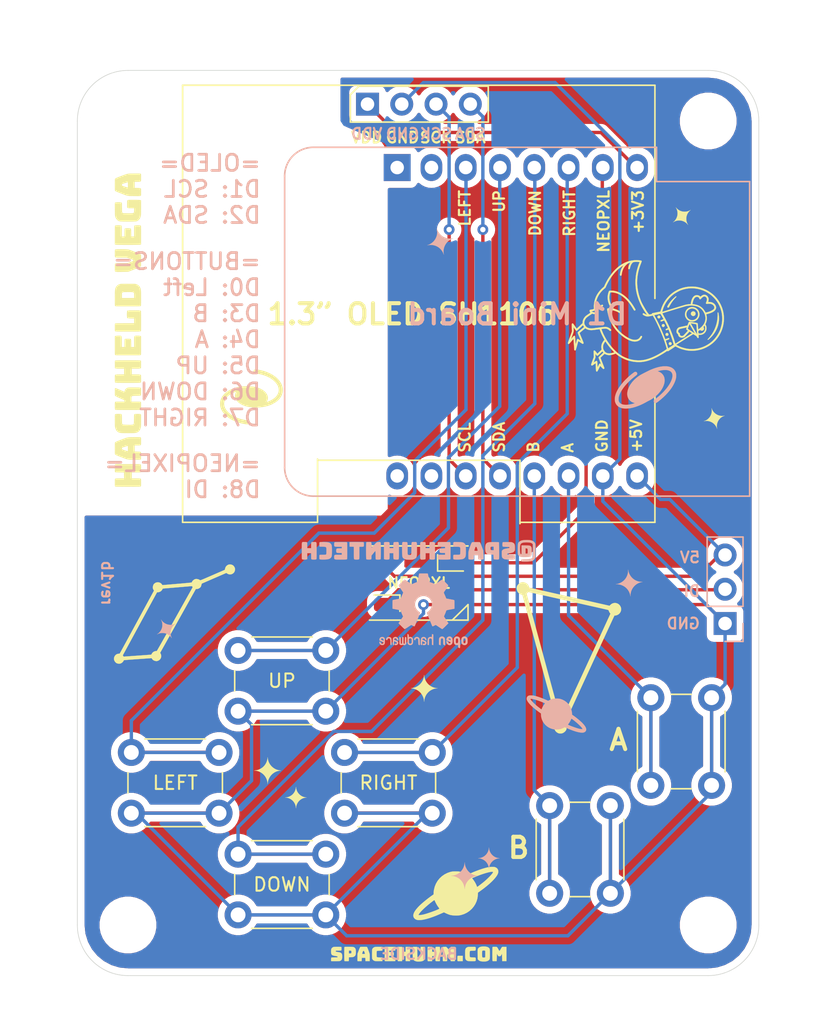
<source format=kicad_pcb>
(kicad_pcb (version 20171130) (host pcbnew "(5.1.10)-1")
  (title_block (title "Hackheld Vega PCB") (date 2021-08-06) (rev 1) (company "Spacehuhn Technologies") (comment 1 "Designed with <3 by Stefan"))
  (layers (0 F.Cu signal) (31 B.Cu signal) (34 B.Paste user) (35 F.Paste user) (36 B.SilkS user) (37 F.SilkS user) (38 B.Mask user) (39 F.Mask user) (44 Edge.Cuts user))
  (net 0 "")
  (net 1 +5V)
  (net 2 /NEOPIXEL_OUT)
  (net 3 /NEOPIXEL)
  (net 4 GND)
  (net 5 +3V3)
  (net 6 /SCL)
  (net 7 /SDA)
  (net 8 /LEFT)
  (net 9 /RIGHT)
  (net 10 /UP)
  (net 11 /DOWN)
  (net 12 /A)
  (net 13 /B)
  (net 14 "Net-(U1-Pad16)")
  (net 15 "Net-(U1-Pad15)")
  (net 16 "Net-(U1-Pad1)")
  (net 17 "Net-(U1-Pad2)")
  (module "Hackheld Footprints:planet_regular" (layer B.Cu) (at 136 157.7 180)
    (fp_text reference G*** hide)
    (fp_text value LOGO hide)
  )
  (module "Hackheld Footprints:D1_mini" (layer B.Cu) (at 124.2 117.2 270)
    (fp_text reference U1 hide)
    (fp_text value D1_mini)
    (pad 2 thru_hole oval (at 0 -2.54 270) (size 2 1.6) (drill 1) (layers *.Cu *.Mask) (net 17 "Net-(U1-Pad2)"))
    (pad 1 thru_hole rect (at 0 0 270) (size 2 2) (drill 1) (layers *.Cu *.Mask) (net 16 "Net-(U1-Pad1)"))
    (pad 3 thru_hole oval (at 0 -5.08 270) (size 2 1.6) (drill 1) (layers *.Cu *.Mask) (net 8 /LEFT))
    (pad 4 thru_hole oval (at 0 -7.62 270) (size 2 1.6) (drill 1) (layers *.Cu *.Mask) (net 10 /UP))
    (pad 5 thru_hole oval (at 0 -10.16 270) (size 2 1.6) (drill 1) (layers *.Cu *.Mask) (net 11 /DOWN))
    (pad 6 thru_hole oval (at 0 -12.7 270) (size 2 1.6) (drill 1) (layers *.Cu *.Mask) (net 9 /RIGHT))
    (pad 7 thru_hole oval (at 0 -15.24 270) (size 2 1.6) (drill 1) (layers *.Cu *.Mask) (net 3 /NEOPIXEL))
    (pad 8 thru_hole oval (at 0 -17.78 270) (size 2 1.6) (drill 1) (layers *.Cu *.Mask) (net 5 +3V3))
    (pad 9 thru_hole oval (at 22.86 -17.78 270) (size 2 1.6) (drill 1) (layers *.Cu *.Mask) (net 1 +5V))
    (pad 10 thru_hole oval (at 22.86 -15.24 270) (size 2 1.6) (drill 1) (layers *.Cu *.Mask) (net 4 GND))
    (pad 11 thru_hole oval (at 22.86 -12.7 270) (size 2 1.6) (drill 1) (layers *.Cu *.Mask) (net 12 /A))
    (pad 12 thru_hole oval (at 22.86 -10.16 270) (size 2 1.6) (drill 1) (layers *.Cu *.Mask) (net 13 /B))
    (pad 13 thru_hole oval (at 22.86 -7.62 270) (size 2 1.6) (drill 1) (layers *.Cu *.Mask) (net 7 /SDA))
    (pad 14 thru_hole oval (at 22.86 -5.08 270) (size 2 1.6) (drill 1) (layers *.Cu *.Mask) (net 6 /SCL))
    (pad 15 thru_hole oval (at 22.86 -2.54 270) (size 2 1.6) (drill 1) (layers *.Cu *.Mask) (net 15 "Net-(U1-Pad15)"))
    (pad 16 thru_hole oval (at 22.86 0 270) (size 2 1.6) (drill 1) (layers *.Cu *.Mask) (net 14 "Net-(U1-Pad16)"))
  )
  (module "Hackheld Footprints:HackHeld_Vega" (layer F.Cu) (at 104.25 129.25 90)
    (fp_text reference G*** hide)
    (fp_text value LOGO hide)
  )
  (module "Hackheld Footprints:star_small" (layer B.Cu) (at 127.4 122.7 15)
    (fp_text reference G*** hide)
    (fp_text value LOGO hide)
  )
  (module "Hackheld Footprints:galaxy1_regular" (layer B.Cu) (at 142.6 133.5)
    (fp_text reference G*** hide)
    (fp_text value LOGO hide)
  )
  (module "Hackheld Footprints:star_tiny" (layer B.Cu) (at 107.1 151.4 30)
    (fp_text reference G*** hide)
    (fp_text value LOGO hide)
  )
  (module "Hackheld Footprints:star_small" (layer B.Cu) (at 141.4 148 5)
    (fp_text reference G*** hide)
    (fp_text value LOGO hide)
  )
  (module "Hackheld Footprints:star_tiny" (layer B.Cu) (at 131 168.4)
    (fp_text reference G*** hide)
    (fp_text value LOGO hide)
  )
  (module "Hackheld Footprints:star_small" (layer B.Cu) (at 129.2 169.7)
    (fp_text reference G*** hide)
    (fp_text value LOGO hide)
  )
  (module "Hackheld Footprints:@spacehuhntech_big" (layer B.Cu) (at 125.8 145.6 180)
    (fp_text reference G*** hide)
    (fp_text value LOGO hide)
  )
  (module Symbol:OSHW-Logo2_7.3x6mm_SilkScreen (layer B.Cu) (at 126.15 150.05 180)
    (fp_text reference REF** hide)
    (fp_text value OSHW-Logo2_7.3x6mm_SilkScreen hide)
  )
  (module "Hackheld Footprints:lyra" (layer F.Cu) (at 107.7 150.3 345)
    (fp_text reference G*** hide)
    (fp_text value LOGO hide)
  )
  (module "Hackheld Footprints:summer_triangle" (layer F.Cu) (at 136.45 153.7 354)
    (fp_text reference G*** hide)
    (fp_text value LOGO hide)
  )
  (module "Hackheld Footprints:star_tiny" (layer F.Cu) (at 147.7 135.8 15)
    (fp_text reference G*** hide)
    (fp_text value LOGO hide)
  )
  (module "Hackheld Footprints:star_tiny" (layer F.Cu) (at 145.3 120.8 35)
    (fp_text reference G*** hide)
    (fp_text value LOGO hide)
  )
  (module "Hackheld Footprints:star_small" (layer F.Cu) (at 126.2 155.8 90)
    (fp_text reference G*** hide)
    (fp_text value LOGO hide)
  )
  (module "Hackheld Footprints:star_tiny" (layer F.Cu) (at 116.7 163.9)
    (fp_text reference G*** hide)
    (fp_text value LOGO hide)
  )
  (module "Hackheld Footprints:star_small" (layer F.Cu) (at 114.6 161.9)
    (fp_text reference G*** hide)
    (fp_text value LOGO hide)
  )
  (module "Hackheld Footprints:galaxy2_regular" (layer F.Cu) (at 113.4 134.2 30)
    (fp_text reference G*** hide)
    (fp_text value LOGO hide)
  )
  (module "Hackheld Footprints:spacehuhn" (layer F.Cu) (at 142.3 128.423536 300)
    (fp_text reference G*** hide)
    (fp_text value LOGO hide)
  )
  (module "Hackheld Footprints:planet_big" (layer F.Cu) (at 128.55 171)
    (fp_text reference G*** hide)
    (fp_text value LOGO hide)
  )
  (module "Hackheld Footprints:spacehuhncom" (layer F.Cu) (at 125.803597 175.5)
    (fp_text reference G*** hide)
    (fp_text value LOGO hide)
  )
  (module "Hackheld Footprints:Neopixel_5050" (layer F.Cu) (at 125.8 148)
    (fp_text reference D1 hide)
    (fp_text value WS2812B)
    (pad 3 smd roundrect (at 2.45 1.6) (size 1.75 1) (layers F.Cu F.Paste F.Mask) (net 4 GND))
    (pad 4 smd roundrect (at 2.45 -1.6) (size 1.75 1) (layers F.Cu F.Paste F.Mask) (net 3 /NEOPIXEL))
    (pad 2 smd roundrect (at -2.45 1.6) (size 1.75 1) (layers F.Cu F.Paste F.Mask) (net 2 /NEOPIXEL_OUT))
    (pad 1 smd roundrect (at -2.45 -1.6) (size 1.75 1) (layers F.Cu F.Paste F.Mask) (net 1 +5V))
  )
  (module Button_Switch_THT:SW_PUSH_6mm (layer F.Cu) (at 112.41 153)
    (fp_text reference SW3 hide)
    (fp_text value SW_Push)
    (pad 1 thru_hole circle (at 6.5 0 90) (size 2 2) (drill 1.1) (layers *.Cu *.Mask) (net 10 /UP))
    (pad 2 thru_hole circle (at 6.5 4.5 90) (size 2 2) (drill 1.1) (layers *.Cu *.Mask) (net 4 GND))
    (pad 1 thru_hole circle (at 0 0 90) (size 2 2) (drill 1.1) (layers *.Cu *.Mask) (net 10 /UP))
    (pad 2 thru_hole circle (at 0 4.5 90) (size 2 2) (drill 1.1) (layers *.Cu *.Mask) (net 4 GND))
  )
  (module "Hackheld Footprints:PinSocket_OLED" (layer F.Cu) (at 122 112.5 90)
    (fp_text reference J1 hide)
    (fp_text value Conn_01x04_Female)
    (fp_text user VDD (at -2.4765 -0.06 180) (layer F.SilkS) (effects (font (size 0.8 0.8) (thickness 0.16))))
    (fp_text user GND (at -2.4765 2.6 180) (layer F.SilkS) (effects (font (size 0.8 0.8) (thickness 0.16))))
    (fp_text user SCK (at -2.4765 5.08 180) (layer F.SilkS) (effects (font (size 0.8 0.8) (thickness 0.16))))
    (fp_text user SDA (at -2.4765 7.62 180) (layer F.SilkS) (effects (font (size 0.8 0.8) (thickness 0.16))))
    (pad 4 thru_hole oval (at 0 7.62 90) (size 1.7 1.7) (drill 1) (layers *.Cu *.Mask) (net 7 /SDA))
    (pad 3 thru_hole oval (at 0 5.08 90) (size 1.7 1.7) (drill 1) (layers *.Cu *.Mask) (net 6 /SCL))
    (pad 2 thru_hole oval (at 0 2.54 90) (size 1.7 1.7) (drill 1) (layers *.Cu *.Mask) (net 4 GND))
    (pad 1 thru_hole rect (at 0 0 90) (size 1.7 1.7) (drill 1) (layers *.Cu *.Mask) (net 5 +3V3))
  )
  (module MountingHole:MountingHole_3.2mm_M3 (layer F.Cu) (at 104.25 113.75)
    (fp_text reference REF** hide)
    (fp_text value MountingHole_3.2mm_M3)
    (pad 1 np_thru_hole circle (at 0 0) (size 3.2 3.2) (drill 3.2) (layers *.Cu *.Mask))
  )
  (module MountingHole:MountingHole_3.2mm_M3 (layer F.Cu) (at 104.25 173.35)
    (fp_text reference REF** hide)
    (fp_text value MountingHole_3.2mm_M3)
    (pad 1 np_thru_hole circle (at 0 0) (size 3.2 3.2) (drill 3.2) (layers *.Cu *.Mask))
  )
  (module MountingHole:MountingHole_3.2mm_M3 (layer F.Cu) (at 147.25 173.35)
    (fp_text reference REF** hide)
    (fp_text value MountingHole_3.2mm_M3)
    (pad 1 np_thru_hole circle (at 0 0) (size 3.2 3.2) (drill 3.2) (layers *.Cu *.Mask))
  )
  (module MountingHole:MountingHole_3.2mm_M3 (layer F.Cu) (at 147.25 113.75)
    (fp_text reference REF** hide)
    (fp_text value MountingHole_3.2mm_M3)
    (pad 1 np_thru_hole circle (at 0 0) (size 3.2 3.2) (drill 3.2) (layers *.Cu *.Mask))
  )
  (module Connector_PinSocket_2.54mm:PinSocket_1x03_P2.54mm_Vertical (layer B.Cu) (at 148.5 151)
    (fp_text reference J2 hide)
    (fp_text value Conn_01x03_Female)
    (pad 3 thru_hole oval (at 0 -5.08) (size 1.7 1.7) (drill 1) (layers *.Cu *.Mask) (net 1 +5V))
    (pad 2 thru_hole oval (at 0 -2.54) (size 1.7 1.7) (drill 1) (layers *.Cu *.Mask) (net 2 /NEOPIXEL_OUT))
    (pad 1 thru_hole rect (at 0 0) (size 1.7 1.7) (drill 1) (layers *.Cu *.Mask) (net 4 GND))
  )
  (module Button_Switch_THT:SW_PUSH_6mm (layer F.Cu) (at 135.5 171 90)
    (fp_text reference SW6 hide)
    (fp_text value SW_Push)
    (pad 1 thru_hole circle (at 6.5 0 180) (size 2 2) (drill 1.1) (layers *.Cu *.Mask) (net 13 /B))
    (pad 2 thru_hole circle (at 6.5 4.5 180) (size 2 2) (drill 1.1) (layers *.Cu *.Mask) (net 4 GND))
    (pad 1 thru_hole circle (at 0 0 180) (size 2 2) (drill 1.1) (layers *.Cu *.Mask) (net 13 /B))
    (pad 2 thru_hole circle (at 0 4.5 180) (size 2 2) (drill 1.1) (layers *.Cu *.Mask) (net 4 GND))
  )
  (module Button_Switch_THT:SW_PUSH_6mm (layer F.Cu) (at 143 163 90)
    (fp_text reference SW5 hide)
    (fp_text value SW_Push)
    (pad 1 thru_hole circle (at 6.5 0 180) (size 2 2) (drill 1.1) (layers *.Cu *.Mask) (net 12 /A))
    (pad 2 thru_hole circle (at 6.5 4.5 180) (size 2 2) (drill 1.1) (layers *.Cu *.Mask) (net 4 GND))
    (pad 1 thru_hole circle (at 0 0 180) (size 2 2) (drill 1.1) (layers *.Cu *.Mask) (net 12 /A))
    (pad 2 thru_hole circle (at 0 4.5 180) (size 2 2) (drill 1.1) (layers *.Cu *.Mask) (net 4 GND))
  )
  (module Button_Switch_THT:SW_PUSH_6mm (layer F.Cu) (at 112.41 168.1)
    (fp_text reference SW4 hide)
    (fp_text value SW_Push)
    (pad 1 thru_hole circle (at 6.5 0 90) (size 2 2) (drill 1.1) (layers *.Cu *.Mask) (net 11 /DOWN))
    (pad 2 thru_hole circle (at 6.5 4.5 90) (size 2 2) (drill 1.1) (layers *.Cu *.Mask) (net 4 GND))
    (pad 1 thru_hole circle (at 0 0 90) (size 2 2) (drill 1.1) (layers *.Cu *.Mask) (net 11 /DOWN))
    (pad 2 thru_hole circle (at 0 4.5 90) (size 2 2) (drill 1.1) (layers *.Cu *.Mask) (net 4 GND))
  )
  (module Button_Switch_THT:SW_PUSH_6mm (layer F.Cu) (at 120.3 160.56)
    (fp_text reference SW2 hide)
    (fp_text value SW_Push)
    (pad 1 thru_hole circle (at 6.5 0 90) (size 2 2) (drill 1.1) (layers *.Cu *.Mask) (net 9 /RIGHT))
    (pad 2 thru_hole circle (at 6.5 4.5 90) (size 2 2) (drill 1.1) (layers *.Cu *.Mask) (net 4 GND))
    (pad 1 thru_hole circle (at 0 0 90) (size 2 2) (drill 1.1) (layers *.Cu *.Mask) (net 9 /RIGHT))
    (pad 2 thru_hole circle (at 0 4.5 90) (size 2 2) (drill 1.1) (layers *.Cu *.Mask) (net 4 GND))
  )
  (module Button_Switch_THT:SW_PUSH_6mm (layer F.Cu) (at 104.5 160.56)
    (fp_text reference SW1 hide)
    (fp_text value SW_Push)
    (pad 1 thru_hole circle (at 6.5 0 90) (size 2 2) (drill 1.1) (layers *.Cu *.Mask) (net 8 /LEFT))
    (pad 2 thru_hole circle (at 6.5 4.5 90) (size 2 2) (drill 1.1) (layers *.Cu *.Mask) (net 4 GND))
    (pad 1 thru_hole circle (at 0 0 90) (size 2 2) (drill 1.1) (layers *.Cu *.Mask) (net 8 /LEFT))
    (pad 2 thru_hole circle (at 0 4.5 90) (size 2 2) (drill 1.1) (layers *.Cu *.Mask) (net 4 GND))
  )
  (gr_text SCK (at 127.08 114.7) (layer B.SilkS) (effects (font (size 0.8 0.8) (thickness 0.16)) (justify mirror)))
  (gr_line (start 118.3 138.9) (end 133.3 138.9) (layer F.SilkS) (width 0.12))
  (gr_text VDD (at 121.94 114.7) (layer B.SilkS) (effects (font (size 0.8 0.8) (thickness 0.16)) (justify mirror)))
  (gr_text GND (at 124.6 114.7) (layer B.SilkS) (effects (font (size 0.8 0.8) (thickness 0.16)) (justify mirror)))
  (gr_text SDA (at 129.62 114.7) (layer B.SilkS) (effects (font (size 0.8 0.8) (thickness 0.16)) (justify mirror)))
  (gr_text rev1b (at 102.7 148 -90) (layer B.SilkS) (effects (font (size 0.8 0.8) (thickness 0.16)) (justify mirror)))
  (gr_text LEFT (at 129.216 120.219048 90) (layer F.SilkS) (effects (font (size 0.8 0.8) (thickness 0.16))))
  (gr_text UP (at 131.756 119.704762 90) (layer F.SilkS) (effects (font (size 0.8 0.8) (thickness 0.16))))
  (gr_text +3V3 (at 142.044 120.485714 90) (layer F.SilkS) (effects (font (size 0.8 0.8) (thickness 0.16))))
  (gr_text +5V (at 141.916 137.095238 90) (layer F.SilkS) (effects (font (size 0.8 0.8) (thickness 0.16))))
  (gr_text GND (at 139.376 137.095238 90) (layer F.SilkS) (effects (font (size 0.8 0.8) (thickness 0.16))))
  (gr_text NEOPXL (at 139.504 121.190476 90) (layer F.SilkS) (effects (font (size 0.8 0.8) (thickness 0.16))))
  (gr_text DOWN (at 134.424 120.580952 90) (layer F.SilkS) (effects (font (size 0.8 0.8) (thickness 0.16))))
  (gr_text RIGHT (at 136.964 120.6 90) (layer F.SilkS) (effects (font (size 0.8 0.8) (thickness 0.16))))
  (gr_text A (at 136.836 137.971429 90) (layer F.SilkS) (effects (font (size 0.8 0.8) (thickness 0.16))))
  (gr_text B (at 134.296 137.914286 90) (layer F.SilkS) (effects (font (size 0.8 0.8) (thickness 0.16))))
  (gr_text SDA (at 131.756 137.190477 90) (layer F.SilkS) (effects (font (size 0.8 0.8) (thickness 0.16))))
  (gr_text SCL (at 129.216 137.209524 90) (layer F.SilkS) (effects (font (size 0.8 0.8) (thickness 0.16))))
  (gr_text "=OLED=\nD1: SCL\nD2: SDA" (at 114.2 118.8) (layer B.SilkS) (effects (font (size 1.2 1.2) (thickness 0.2)) (justify left mirror)))
  (gr_text "=BUTTONS=\nD0: Left\nD3: B\nD4: A\nD5: UP\nD6: DOWN\nD7: RIGHT" (at 114.2 129.95) (layer B.SilkS) (effects (font (size 1.2 1.2) (thickness 0.2)) (justify left mirror)))
  (gr_text "=NEOPIXEL=\nD8: DI" (at 114.2 140.1) (layer B.SilkS) (effects (font (size 1.2 1.2) (thickness 0.2)) (justify left mirror)))
  (gr_text "1.3” OLED SH1106" (at 125.3 128.075) (layer F.SilkS) (effects (font (size 1.5 1.5) (thickness 0.3))))
  (gr_text BACKSIDE (at 125.8 175.5) (layer B.SilkS) (effects (font (size 0.8 0.8) (thickness 0.16)) (justify mirror)))
  (gr_line (start 143.3 143.5) (end 143.3 132.3) (layer F.SilkS) (width 0.12))
  (gr_line (start 143.3 111.1) (end 143.3 126.9) (layer F.SilkS) (width 0.12))
  (gr_text "D1 Mini Board" (at 133.09 128.075) (layer B.SilkS) (effects (font (size 1.5 1.5) (thickness 0.3)) (justify mirror)))
  (gr_line (start 108.3 111.1) (end 143.3 111.1) (layer F.SilkS) (width 0.12))
  (gr_line (start 118.3 143.5) (end 108.3 143.5) (layer F.SilkS) (width 0.12))
  (gr_line (start 133.3 143.5) (end 143.3 143.5) (layer F.SilkS) (width 0.12))
  (gr_line (start 133.3 138.9) (end 133.3 143.6) (layer F.SilkS) (width 0.12))
  (gr_line (start 118.3 143.5) (end 118.3 138.8) (layer F.SilkS) (width 0.12))
  (gr_text A (at 140.6 159.629999) (layer F.SilkS) (effects (font (size 1.5 1.5) (thickness 0.3))))
  (gr_text B (at 133.2 167.629999) (layer F.SilkS) (effects (font (size 1.5 1.5) (thickness 0.3))))
  (gr_text DOWN (at 115.66 170.35) (layer F.SilkS) (effects (font (size 1 1))))
  (gr_text RIGHT (at 123.55 162.81) (layer F.SilkS) (effects (font (size 1 1))))
  (gr_text LEFT (at 107.75 162.81) (layer F.SilkS) (effects (font (size 1 1))))
  (gr_text UP (at 115.66 155.25) (layer F.SilkS) (effects (font (size 1 1))))
  (gr_text NEOPXL (at 125.8 148) (layer F.SilkS) (effects (font (size 0.8 0.8))))
  (gr_text 5V (at 145.895238 146.1) (layer B.SilkS) (effects (font (size 0.8 0.8) (thickness 0.16)) (justify mirror)))
  (gr_text DI (at 146.028572 148.6) (layer B.SilkS) (effects (font (size 0.8 0.8) (thickness 0.16)) (justify mirror)))
  (gr_text GND (at 145.4 151) (layer B.SilkS) (effects (font (size 0.8 0.8) (thickness 0.16)) (justify mirror)))
  (gr_line (start 108.3 143.5) (end 108.3 111.1) (layer F.SilkS) (width 0.12))
  (gr_arc (start 104.25 113.75) (end 104.25 110) (angle -90) (layer Edge.Cuts) (width 0.05))
  (gr_arc (start 147.25 113.75) (end 151 113.75) (angle -90) (layer Edge.Cuts) (width 0.05))
  (gr_arc (start 147.25 173.35) (end 147.25 177.1) (angle -90) (layer Edge.Cuts) (width 0.05))
  (gr_arc (start 104.25 173.35) (end 100.5 173.35) (angle -90) (layer Edge.Cuts) (width 0.05))
  (gr_line (start 104.25 110) (end 147.25 110) (layer Edge.Cuts) (width 0.05))
  (gr_line (start 100.5 173.35) (end 100.5 113.75) (layer Edge.Cuts) (width 0.05))
  (gr_line (start 147.25 177.1) (end 104.25 177.1) (layer Edge.Cuts) (width 0.05))
  (gr_line (start 151 173.35) (end 151 113.75) (layer Edge.Cuts) (width 0.05))
  (segment (start 148.5 145.42) (end 148.42 145.5) (width 0.25) (layer F.Cu) (net 1))
  (segment (start 148.5 145.445) (end 148.055 145.445) (width 0.25) (layer F.Cu) (net 1))
  (segment (start 148.12 145.8) (end 148.5 145.42) (width 0.25) (layer B.Cu) (net 1))
  (segment (start 122.9 146.4) (end 122.85 146.4) (width 0.25) (layer F.Cu) (net 1))
  (segment (start 124 147.5) (end 122.9 146.4) (width 0.25) (layer F.Cu) (net 1))
  (segment (start 146.5 147.5) (end 124 147.5) (width 0.25) (layer F.Cu) (net 1))
  (segment (start 148.08 145.92) (end 146.5 147.5) (width 0.25) (layer F.Cu) (net 1))
  (segment (start 148.5 145.92) (end 148.08 145.92) (width 0.25) (layer F.Cu) (net 1))
  (segment (start 148.5 145.9) (end 148.5 145.92) (width 0.25) (layer B.Cu) (net 1))
  (segment (start 144.4 141.8) (end 148.5 145.9) (width 0.25) (layer B.Cu) (net 1))
  (segment (start 143.72 141.8) (end 144.4 141.8) (width 0.25) (layer B.Cu) (net 1))
  (segment (start 141.98 140.06) (end 143.72 141.8) (width 0.25) (layer B.Cu) (net 1))
  (segment (start 148.21 148.25) (end 148.5 147.96) (width 0.25) (layer F.Cu) (net 2))
  (segment (start 123.2 149.6) (end 122.85 149.6) (width 0.25) (layer F.Cu) (net 2))
  (segment (start 124.3 148.5) (end 123.2 149.6) (width 0.25) (layer F.Cu) (net 2))
  (segment (start 147.985 148.5) (end 124.3 148.5) (width 0.25) (layer F.Cu) (net 2))
  (segment (start 127.85 146.5) (end 127.75 146.4) (width 0.25) (layer F.Cu) (net 3))
  (segment (start 138.2 139) (end 138.2 142.6) (width 0.25) (layer F.Cu) (net 3))
  (segment (start 139.4 137.8) (end 138.2 139) (width 0.25) (layer F.Cu) (net 3))
  (segment (start 138.2 142.6) (end 134.3 146.5) (width 0.25) (layer F.Cu) (net 3))
  (segment (start 139.4 117.24) (end 139.4 137.8) (width 0.25) (layer F.Cu) (net 3))
  (segment (start 134.3 146.5) (end 127.85 146.5) (width 0.25) (layer F.Cu) (net 3))
  (segment (start 139.44 117.2) (end 139.4 117.24) (width 0.25) (layer F.Cu) (net 3))
  (segment (start 127.75 149.6) (end 126.15 149.6) (width 0.25) (layer F.Cu) (net 4))
  (segment (start 126.15 149.6) (end 126.1 149.6) (width 0.25) (layer F.Cu) (net 4))
  (via (at 126.15 149.6) (size 0.8) (drill 0.4) (layers F.Cu B.Cu) (net 4))
  (segment (start 127.85 149.5) (end 127.75 149.6) (width 0.25) (layer F.Cu) (net 4))
  (segment (start 148.5 150.525) (end 148.475 150.5) (width 0.25) (layer F.Cu) (net 4))
  (segment (start 148.5 151) (end 147.975 151) (width 0.25) (layer F.Cu) (net 4))
  (segment (start 104.87 165.06) (end 104.5 165.06) (width 0.25) (layer B.Cu) (net 4))
  (segment (start 112.41 172.6) (end 104.87 165.06) (width 0.25) (layer B.Cu) (net 4))
  (segment (start 126.45 165.06) (end 126.8 165.06) (width 0.25) (layer B.Cu) (net 4))
  (segment (start 118.91 172.6) (end 126.45 165.06) (width 0.25) (layer B.Cu) (net 4))
  (segment (start 147.5 163.5) (end 147.5 163) (width 0.25) (layer B.Cu) (net 4))
  (segment (start 140 171) (end 147.5 163.5) (width 0.25) (layer B.Cu) (net 4))
  (segment (start 148.499999 155.500001) (end 147.5 156.5) (width 0.25) (layer B.Cu) (net 4))
  (segment (start 148.5 151) (end 148.499999 155.500001) (width 0.25) (layer B.Cu) (net 4))
  (segment (start 140 171) (end 136.85 174.15) (width 0.25) (layer B.Cu) (net 4))
  (segment (start 120.46 174.15) (end 118.91 172.6) (width 0.25) (layer B.Cu) (net 4))
  (segment (start 136.85 174.15) (end 120.46 174.15) (width 0.25) (layer B.Cu) (net 4))
  (segment (start 113.409999 158.499999) (end 112.41 157.5) (width 0.25) (layer B.Cu) (net 4))
  (segment (start 113.409999 162.650001) (end 113.409999 158.499999) (width 0.25) (layer B.Cu) (net 4))
  (segment (start 111 165.06) (end 113.409999 162.650001) (width 0.25) (layer B.Cu) (net 4))
  (segment (start 147.1 149.6) (end 148.5 151) (width 0.25) (layer F.Cu) (net 4))
  (segment (start 128.25 149.6) (end 147.1 149.6) (width 0.25) (layer F.Cu) (net 4))
  (segment (start 126.15 150.26) (end 126.15 149.6) (width 0.25) (layer B.Cu) (net 4))
  (segment (start 118.91 157.5) (end 126.15 150.26) (width 0.25) (layer B.Cu) (net 4))
  (segment (start 120.35 165.05) (end 126.85 165.05) (width 0.25) (layer F.Cu) (net 4))
  (segment (start 112.425 157.5) (end 118.925 157.5) (width 0.25) (layer F.Cu) (net 4))
  (segment (start 104.475 165.05) (end 110.975 165.05) (width 0.25) (layer F.Cu) (net 4))
  (segment (start 140 164.5) (end 140 171) (width 0.25) (layer F.Cu) (net 4))
  (segment (start 147.5 156.5) (end 147.5 163) (width 0.25) (layer F.Cu) (net 4))
  (segment (start 112.4 172.6) (end 118.9 172.6) (width 0.25) (layer F.Cu) (net 4))
  (segment (start 140 164.5) (end 140 171) (width 0.25) (layer B.Cu) (net 4))
  (segment (start 147.5 163) (end 147.5 156.5) (width 0.25) (layer B.Cu) (net 4))
  (segment (start 126.8 165.06) (end 120.3 165.06) (width 0.25) (layer B.Cu) (net 4))
  (segment (start 118.91 172.6) (end 112.41 172.6) (width 0.25) (layer B.Cu) (net 4))
  (segment (start 104.5 165.06) (end 111 165.06) (width 0.25) (layer B.Cu) (net 4))
  (segment (start 112.41 157.5) (end 118.91 157.5) (width 0.25) (layer B.Cu) (net 4))
  (segment (start 139.44 141.94) (end 148.5 151) (width 0.25) (layer B.Cu) (net 4))
  (segment (start 139.44 140.06) (end 139.44 141.94) (width 0.25) (layer B.Cu) (net 4))
  (segment (start 140.7 138.8) (end 139.44 140.06) (width 0.25) (layer B.Cu) (net 4))
  (segment (start 140.7 115.7) (end 140.7 138.8) (width 0.25) (layer B.Cu) (net 4))
  (segment (start 135.9 110.9) (end 140.7 115.7) (width 0.25) (layer B.Cu) (net 4))
  (segment (start 126.14 110.9) (end 135.9 110.9) (width 0.25) (layer B.Cu) (net 4))
  (segment (start 124.54 112.5) (end 126.14 110.9) (width 0.25) (layer B.Cu) (net 4))
  (segment (start 124.1 114.6) (end 122 112.5) (width 0.25) (layer F.Cu) (net 5))
  (segment (start 139.3 114.6) (end 124.1 114.6) (width 0.25) (layer F.Cu) (net 5))
  (segment (start 141.88 117.18) (end 139.3 114.6) (width 0.25) (layer F.Cu) (net 5))
  (via (at 128.05 121.8) (size 0.8) (drill 0.4) (layers F.Cu B.Cu) (net 6))
  (segment (start 127.08 112.5) (end 128.05 113.47) (width 0.25) (layer B.Cu) (net 6))
  (segment (start 128.05 113.47) (end 128.05 121.85) (width 0.25) (layer B.Cu) (net 6))
  (segment (start 128.05 138.83) (end 129.28 140.06) (width 0.25) (layer F.Cu) (net 6))
  (segment (start 128.05 121.8) (end 128.05 138.83) (width 0.25) (layer F.Cu) (net 6))
  (via (at 130.55 121.8) (size 0.8) (drill 0.4) (layers F.Cu B.Cu) (net 7))
  (segment (start 129.62 112.5) (end 130.55 113.43) (width 0.25) (layer B.Cu) (net 7))
  (segment (start 130.55 113.43) (end 130.55 121.8) (width 0.25) (layer B.Cu) (net 7))
  (segment (start 130.55 138.79) (end 131.82 140.06) (width 0.25) (layer F.Cu) (net 7))
  (segment (start 130.55 121.8) (end 130.55 138.79) (width 0.25) (layer F.Cu) (net 7))
  (segment (start 111 160.55) (end 104.5 160.55) (width 0.25) (layer F.Cu) (net 8))
  (segment (start 111 160.56) (end 104.5 160.56) (width 0.25) (layer B.Cu) (net 8))
  (segment (start 104.5 158.2) (end 104.5 160.56) (width 0.25) (layer B.Cu) (net 8))
  (segment (start 118.4 144.3) (end 104.5 158.2) (width 0.25) (layer B.Cu) (net 8))
  (segment (start 122.5 144.3) (end 118.4 144.3) (width 0.25) (layer B.Cu) (net 8))
  (segment (start 125.5 141.3) (end 122.5 144.3) (width 0.25) (layer B.Cu) (net 8))
  (segment (start 125.5 138.95) (end 125.5 141.3) (width 0.25) (layer B.Cu) (net 8))
  (segment (start 129.3 135.15) (end 125.5 138.95) (width 0.25) (layer B.Cu) (net 8))
  (segment (start 129.3 117.22) (end 129.3 135.15) (width 0.25) (layer B.Cu) (net 8))
  (segment (start 129.28 117.2) (end 129.3 117.22) (width 0.25) (layer B.Cu) (net 8))
  (segment (start 126.8 160.56) (end 120.3 160.56) (width 0.25) (layer F.Cu) (net 9))
  (segment (start 126.8 160.56) (end 120.3 160.56) (width 0.25) (layer B.Cu) (net 9))
  (segment (start 133.1 154.26) (end 126.8 160.56) (width 0.25) (layer B.Cu) (net 9))
  (segment (start 133.1 139.15) (end 133.1 154.26) (width 0.25) (layer B.Cu) (net 9))
  (segment (start 136.8 135.45) (end 133.1 139.15) (width 0.25) (layer B.Cu) (net 9))
  (segment (start 136.8 117.3) (end 136.8 135.45) (width 0.25) (layer B.Cu) (net 9))
  (segment (start 136.9 117.2) (end 136.8 117.3) (width 0.25) (layer B.Cu) (net 9))
  (segment (start 118.95 153) (end 112.45 153) (width 0.25) (layer F.Cu) (net 10))
  (segment (start 118.91 153) (end 112.41 153) (width 0.25) (layer B.Cu) (net 10))
  (segment (start 128 143.91) (end 118.91 153) (width 0.25) (layer B.Cu) (net 10))
  (segment (start 128 138.7) (end 128 143.91) (width 0.25) (layer B.Cu) (net 10))
  (segment (start 131.8 134.9) (end 128 138.7) (width 0.25) (layer B.Cu) (net 10))
  (segment (start 131.8 117.22) (end 131.8 134.9) (width 0.25) (layer B.Cu) (net 10))
  (segment (start 131.82 117.2) (end 131.8 117.22) (width 0.25) (layer B.Cu) (net 10))
  (segment (start 112.41 168.1) (end 118.91 168.1) (width 0.25) (layer B.Cu) (net 11))
  (segment (start 118.91 168.1) (end 111.7 168.1) (width 0.25) (layer F.Cu) (net 11))
  (segment (start 112.41 166.09) (end 112.41 168.1) (width 0.25) (layer B.Cu) (net 11))
  (segment (start 119.5 159) (end 112.41 166.09) (width 0.25) (layer B.Cu) (net 11))
  (segment (start 122.3 159) (end 119.5 159) (width 0.25) (layer B.Cu) (net 11))
  (segment (start 130.55 150.75) (end 122.3 159) (width 0.25) (layer B.Cu) (net 11))
  (segment (start 130.55 138.55) (end 130.55 150.75) (width 0.25) (layer B.Cu) (net 11))
  (segment (start 134.4 134.7) (end 130.55 138.55) (width 0.25) (layer B.Cu) (net 11))
  (segment (start 134.4 117.24) (end 134.4 134.7) (width 0.25) (layer B.Cu) (net 11))
  (segment (start 134.36 117.2) (end 134.4 117.24) (width 0.25) (layer B.Cu) (net 11))
  (segment (start 143 156.475) (end 143 162.975) (width 0.25) (layer B.Cu) (net 12))
  (segment (start 143 163) (end 143 156.5) (width 0.25) (layer F.Cu) (net 12))
  (segment (start 136.9 150.4) (end 143 156.5) (width 0.25) (layer B.Cu) (net 12))
  (segment (start 136.9 140.06) (end 136.9 150.4) (width 0.25) (layer B.Cu) (net 12))
  (segment (start 135.5 171) (end 135.5 164.5) (width 0.25) (layer F.Cu) (net 13))
  (segment (start 135.5 164.5) (end 135.5 171) (width 0.25) (layer B.Cu) (net 13))
  (segment (start 134.36 163.36) (end 135.5 164.5) (width 0.25) (layer B.Cu) (net 13))
  (segment (start 134.36 140.06) (end 134.36 163.36) (width 0.25) (layer B.Cu) (net 13))
  (zone (net 0) (net_name "") (layers F&B.Cu) (connect_pads (clearance 0.508)) (min_thickness 0.254)
    (keepout (tracks not_allowed) (vias not_allowed) (copperpour not_allowed))
    (fill (arc_segments 32) (thermal_gap 0.508) (thermal_bridge_width 0.508))
    (polygon (pts (xy 119.75 114.25) (xy 123 115.75) (xy 123 142.75) (xy 101 142.75) (xy 101 110.5) (xy 119.75 110.5)))
  )
  (zone (net 0) (net_name "") (layer B.Cu) (connect_pads (clearance 0.508)) (min_thickness 0.254) (fill yes (arc_segments 32) (thermal_gap 0.75) (thermal_bridge_width 0.3) (smoothing chamfer) (radius 0.25))
    (polygon (pts (xy 152 178.5) (xy 99.5 178.5) (xy 99.5 143) (xy 123.5 143) (xy 123.5 115.5) (xy 120 114) (xy 120 109) (xy 152 109)))
  )
  (zone (net 0) (net_name "") (layer F.Cu) (connect_pads (clearance 0.508)) (min_thickness 0.254) (fill yes (arc_segments 32) (thermal_gap 0.75) (thermal_bridge_width 0.3) (smoothing chamfer) (radius 0.5))
    (polygon (pts (xy 151.5 109.5) (xy 151.5 178) (xy 100 178) (xy 100 143) (xy 123.5 143) (xy 123.5 115.5) (xy 120 114) (xy 120 109.5)))
  )
)
</source>
